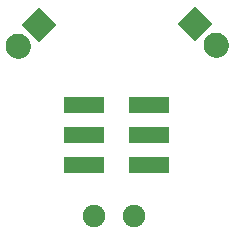
<source format=gbr>
G04 #@! TF.GenerationSoftware,KiCad,Pcbnew,(2017-06-21 revision 375ec9f)-master*
G04 #@! TF.CreationDate,2017-08-16T22:12:41-04:00*
G04 #@! TF.ProjectId,light_reactive_nodes,6C696768745F72656163746976655F6E,rev?*
G04 #@! TF.SameCoordinates,Original
G04 #@! TF.FileFunction,Soldermask,Bot*
G04 #@! TF.FilePolarity,Negative*
%FSLAX46Y46*%
G04 Gerber Fmt 4.6, Leading zero omitted, Abs format (unit mm)*
G04 Created by KiCad (PCBNEW (2017-06-21 revision 375ec9f)-master) date Wed Aug 16 22:12:41 2017*
%MOMM*%
%LPD*%
G01*
G04 APERTURE LIST*
%ADD10C,0.100000*%
%ADD11R,3.400000X1.400000*%
%ADD12C,2.100000*%
%ADD13C,2.100000*%
%ADD14C,1.900000*%
G04 APERTURE END LIST*
D10*
D11*
X114645000Y-125260000D03*
X109105000Y-125260000D03*
X114645000Y-127800000D03*
X109105000Y-127800000D03*
X114645000Y-130340000D03*
X109105000Y-130340000D03*
D12*
X105325000Y-118475000D03*
D10*
G36*
X103840076Y-118475000D02*
X105325000Y-116990076D01*
X106809924Y-118475000D01*
X105325000Y-119959924D01*
X103840076Y-118475000D01*
X103840076Y-118475000D01*
G37*
D12*
X103528949Y-120271051D03*
D13*
X103528949Y-120271051D02*
X103528949Y-120271051D01*
D14*
X109925000Y-134700000D03*
X113325000Y-134700000D03*
D12*
X118475000Y-118400000D03*
D10*
G36*
X118475000Y-119884924D02*
X116990076Y-118400000D01*
X118475000Y-116915076D01*
X119959924Y-118400000D01*
X118475000Y-119884924D01*
X118475000Y-119884924D01*
G37*
D12*
X120271051Y-120196051D03*
D13*
X120271051Y-120196051D02*
X120271051Y-120196051D01*
M02*

</source>
